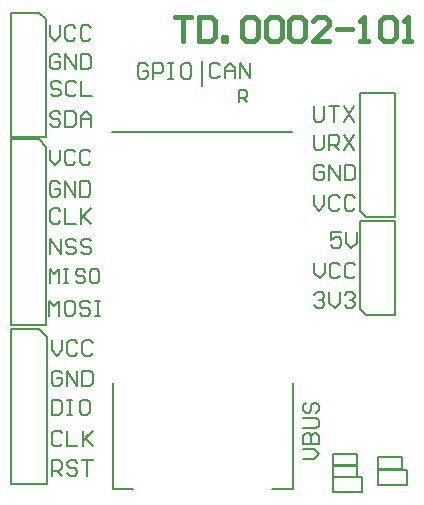
<source format=gto>
G04*
G04 #@! TF.GenerationSoftware,Altium Limited,Altium Designer,23.2.1 (34)*
G04*
G04 Layer_Color=65535*
%FSTAX44Y44*%
%MOMM*%
G71*
G04*
G04 #@! TF.SameCoordinates,9BF6DC58-3579-49A4-A00A-48C36C1373D3*
G04*
G04*
G04 #@! TF.FilePolarity,Positive*
G04*
G01*
G75*
%ADD10C,0.1270*%
%ADD11C,0.2000*%
%ADD12C,0.4000*%
D10*
X003161Y0017919D02*
Y00269138D01*
Y0017919D02*
X00333372D01*
X00451228D02*
X004685D01*
Y00269138D01*
X0031559Y004821D02*
X0046799D01*
X0022975Y004775D02*
Y0058275D01*
Y004775D02*
X002595D01*
Y00577D01*
X0025375Y0058275D02*
X002595Y00577D01*
X0022975Y0058275D02*
X0025375D01*
X0023Y00315D02*
X002535D01*
X0026025Y0030825D01*
Y001835D02*
Y0030825D01*
X0022975Y001835D02*
X0026025D01*
X0022975D02*
Y0031475D01*
X0023Y00315D01*
X0055475Y003265D02*
Y0040675D01*
X005255Y0033175D02*
Y0040675D01*
Y0033175D02*
X0053075Y003265D01*
X0055475D01*
X005255Y0040675D02*
X0055475D01*
Y004095D02*
Y0051475D01*
X00525D02*
X0055475D01*
X00525Y0041525D02*
Y0051475D01*
Y0041525D02*
X0053075Y004095D01*
X0055475D01*
X005025Y002095D02*
X005225D01*
X005025Y001995D02*
Y002095D01*
Y001995D02*
X005225D01*
Y002095D01*
X0022975Y004755D02*
X0025325D01*
X002595Y0046925D01*
Y00318D02*
Y0046925D01*
X0022975Y00318D02*
X002595D01*
X0022975D02*
Y004755D01*
X005655Y00183D02*
Y001955D01*
X0054075Y00183D02*
X005655D01*
X0054075D02*
Y001955D01*
X005655D01*
X00540808Y00196792D02*
Y00206792D01*
X00560808D01*
Y00196792D02*
Y00206792D01*
X00540808Y00196792D02*
X00560808D01*
X005025Y0017675D02*
Y0018925D01*
X0052725D01*
Y0017675D02*
Y0018925D01*
X005025Y0017675D02*
X0052725D01*
X005025Y0019925D02*
X005225D01*
X005025Y0018925D02*
Y0019925D01*
Y0018925D02*
X005225D01*
Y0019925D01*
D11*
X00392Y00521D02*
Y00542D01*
X00423Y00507D02*
Y00516997D01*
X00427998D01*
X00429664Y00515331D01*
Y00511998D01*
X00427998Y00510332D01*
X00423D01*
X00426332D02*
X00429664Y00507D01*
X00406605Y00538074D02*
X00404439Y0054024D01*
X00400107D01*
X00397941Y00538074D01*
Y00529411D01*
X00400107Y00527244D01*
X00404439D01*
X00406605Y00529411D01*
X00410937Y00527244D02*
Y00535908D01*
X00415269Y0054024D01*
X00419601Y00535908D01*
Y00527244D01*
Y00533742D01*
X00410937D01*
X00423933Y00527244D02*
Y0054024D01*
X00432597Y00527244D01*
Y0054024D01*
X00345664Y0053783D02*
X00343498Y00539996D01*
X00339166D01*
X00337Y0053783D01*
Y00529166D01*
X00339166Y00527D01*
X00343498D01*
X00345664Y00529166D01*
Y00533498D01*
X00341332D01*
X00349996Y00527D02*
Y00539996D01*
X00356494D01*
X0035866Y0053783D01*
Y00533498D01*
X00356494Y00531332D01*
X00349996D01*
X00362992Y00539996D02*
X00367323D01*
X00365158D01*
Y00527D01*
X00362992D01*
X00367323D01*
X00380319Y00539996D02*
X00375987D01*
X00373821Y0053783D01*
Y00529166D01*
X00375987Y00527D01*
X00380319D01*
X00382485Y00529166D01*
Y0053783D01*
X00380319Y00539996D01*
X00486Y00503496D02*
Y00492666D01*
X00488166Y004905D01*
X00492498D01*
X00494664Y00492666D01*
Y00503496D01*
X00498996D02*
X0050766D01*
X00503328D01*
Y004905D01*
X00511992Y00503496D02*
X00520656Y004905D01*
Y00503496D02*
X00511992Y004905D01*
X00486Y00479496D02*
Y00468666D01*
X00488166Y004665D01*
X00492498D01*
X00494664Y00468666D01*
Y00479496D01*
X00498996Y004665D02*
Y00479496D01*
X00505494D01*
X0050766Y0047733D01*
Y00472998D01*
X00505494Y00470832D01*
X00498996D01*
X00503328D02*
X0050766Y004665D01*
X00511992Y00479496D02*
X00520656Y004665D01*
Y00479496D02*
X00511992Y004665D01*
X00477504Y00205D02*
X00486168D01*
X004905Y00209332D01*
X00486168Y00213664D01*
X00477504D01*
Y00217996D02*
X004905D01*
Y00224494D01*
X00488334Y0022666D01*
X00486168D01*
X00484002Y00224494D01*
Y00217996D01*
Y00224494D01*
X00481836Y0022666D01*
X0047967D01*
X00477504Y00224494D01*
Y00217996D01*
Y00230992D02*
X00488334D01*
X004905Y00233158D01*
Y00237489D01*
X00488334Y00239655D01*
X00477504D01*
X0047967Y00252651D02*
X00477504Y00250485D01*
Y00246153D01*
X0047967Y00243987D01*
X00481836D01*
X00484002Y00246153D01*
Y00250485D01*
X00486168Y00252651D01*
X00488334D01*
X004905Y00250485D01*
Y00246153D01*
X00488334Y00243987D01*
X00271664Y0049708D02*
X00269498Y00499246D01*
X00265166D01*
X00263Y0049708D01*
Y00494914D01*
X00265166Y00492748D01*
X00269498D01*
X00271664Y00490582D01*
Y00488416D01*
X00269498Y0048625D01*
X00265166D01*
X00263Y00488416D01*
X00275996Y00499246D02*
Y0048625D01*
X00282494D01*
X0028466Y00488416D01*
Y0049708D01*
X00282494Y00499246D01*
X00275996D01*
X00288992Y0048625D02*
Y00494914D01*
X00293324Y00499246D01*
X00297656Y00494914D01*
Y0048625D01*
Y00492748D01*
X00288992D01*
X00272164Y0052283D02*
X00269998Y00524996D01*
X00265666D01*
X002635Y0052283D01*
Y00520664D01*
X00265666Y00518498D01*
X00269998D01*
X00272164Y00516332D01*
Y00514166D01*
X00269998Y00512D01*
X00265666D01*
X002635Y00514166D01*
X0028516Y0052283D02*
X00282994Y00524996D01*
X00278662D01*
X00276496Y0052283D01*
Y00514166D01*
X00278662Y00512D01*
X00282994D01*
X0028516Y00514166D01*
X00289492Y00524996D02*
Y00512D01*
X00298155D01*
X00271664Y0054558D02*
X00269498Y00547746D01*
X00265166D01*
X00263Y0054558D01*
Y00536916D01*
X00265166Y0053475D01*
X00269498D01*
X00271664Y00536916D01*
Y00541248D01*
X00267332D01*
X00275996Y0053475D02*
Y00547746D01*
X0028466Y0053475D01*
Y00547746D01*
X00288992D02*
Y0053475D01*
X0029549D01*
X00297656Y00536916D01*
Y0054558D01*
X0029549Y00547746D01*
X00288992D01*
X00271164Y0043783D02*
X00268998Y00439996D01*
X00264666D01*
X002625Y0043783D01*
Y00429166D01*
X00264666Y00427D01*
X00268998D01*
X00271164Y00429166D01*
Y00433498D01*
X00266832D01*
X00275496Y00427D02*
Y00439996D01*
X0028416Y00427D01*
Y00439996D01*
X00288492D02*
Y00427D01*
X00294989D01*
X00297155Y00429166D01*
Y0043783D01*
X00294989Y00439996D01*
X00288492D01*
X0026275Y00571996D02*
Y00563332D01*
X00267082Y00559D01*
X00271414Y00563332D01*
Y00571996D01*
X0028441Y0056983D02*
X00282244Y00571996D01*
X00277912D01*
X00275746Y0056983D01*
Y00561166D01*
X00277912Y00559D01*
X00282244D01*
X0028441Y00561166D01*
X00297405Y0056983D02*
X0029524Y00571996D01*
X00290908D01*
X00288742Y0056983D01*
Y00561166D01*
X00290908Y00559D01*
X0029524D01*
X00297405Y00561166D01*
X00273164Y0022658D02*
X00270998Y00228746D01*
X00266666D01*
X002645Y0022658D01*
Y00217916D01*
X00266666Y0021575D01*
X00270998D01*
X00273164Y00217916D01*
X00277496Y00228746D02*
Y0021575D01*
X0028616D01*
X00290492Y00228746D02*
Y0021575D01*
Y00220082D01*
X00299156Y00228746D01*
X00292658Y00222248D01*
X00299156Y0021575D01*
X0026425Y00255246D02*
Y0024225D01*
X00270748D01*
X00272914Y00244416D01*
Y0025308D01*
X00270748Y00255246D01*
X0026425D01*
X00277246D02*
X00281578D01*
X00279412D01*
Y0024225D01*
X00277246D01*
X00281578D01*
X00294573Y00255246D02*
X00290242D01*
X00288076Y0025308D01*
Y00244416D01*
X00290242Y0024225D01*
X00294573D01*
X0029674Y00244416D01*
Y0025308D01*
X00294573Y00255246D01*
X004865Y0034383D02*
X00488666Y00345996D01*
X00492998D01*
X00495164Y0034383D01*
Y00341664D01*
X00492998Y00339498D01*
X00490832D01*
X00492998D01*
X00495164Y00337332D01*
Y00335166D01*
X00492998Y00333D01*
X00488666D01*
X004865Y00335166D01*
X00499496Y00345996D02*
Y00337332D01*
X00503828Y00333D01*
X0050816Y00337332D01*
Y00345996D01*
X00512492Y0034383D02*
X00514658Y00345996D01*
X00518989D01*
X00521156Y0034383D01*
Y00341664D01*
X00518989Y00339498D01*
X00516824D01*
X00518989D01*
X00521156Y00337332D01*
Y00335166D01*
X00518989Y00333D01*
X00514658D01*
X00512492Y00335166D01*
X0048675Y00370996D02*
Y00362332D01*
X00491082Y00358D01*
X00495414Y00362332D01*
Y00370996D01*
X0050841Y0036883D02*
X00506244Y00370996D01*
X00501912D01*
X00499746Y0036883D01*
Y00360166D01*
X00501912Y00358D01*
X00506244D01*
X0050841Y00360166D01*
X00521405Y0036883D02*
X0051924Y00370996D01*
X00514908D01*
X00512742Y0036883D01*
Y00360166D01*
X00514908Y00358D01*
X0051924D01*
X00521405Y00360166D01*
X00509414Y00396746D02*
X0050075D01*
Y00390248D01*
X00505082Y00392414D01*
X00507248D01*
X00509414Y00390248D01*
Y00385916D01*
X00507248Y0038375D01*
X00502916D01*
X0050075Y00385916D01*
X00513746Y00396746D02*
Y00388082D01*
X00518078Y0038375D01*
X0052241Y00388082D01*
Y00396746D01*
X004865Y00428246D02*
Y00419582D01*
X00490832Y0041525D01*
X00495164Y00419582D01*
Y00428246D01*
X0050816Y0042608D02*
X00505994Y00428246D01*
X00501662D01*
X00499496Y0042608D01*
Y00417416D01*
X00501662Y0041525D01*
X00505994D01*
X0050816Y00417416D01*
X00521156Y0042608D02*
X00518989Y00428246D01*
X00514658D01*
X00512492Y0042608D01*
Y00417416D01*
X00514658Y0041525D01*
X00518989D01*
X00521156Y00417416D01*
X00495164Y0045183D02*
X00492998Y00453996D01*
X00488666D01*
X004865Y0045183D01*
Y00443166D01*
X00488666Y00441D01*
X00492998D01*
X00495164Y00443166D01*
Y00447498D01*
X00490832D01*
X00499496Y00441D02*
Y00453996D01*
X0050816Y00441D01*
Y00453996D01*
X00512492D02*
Y00441D01*
X00518989D01*
X00521156Y00443166D01*
Y0045183D01*
X00518989Y00453996D01*
X00512492D01*
X0026425Y0019075D02*
Y00203746D01*
X00270748D01*
X00272914Y0020158D01*
Y00197248D01*
X00270748Y00195082D01*
X0026425D01*
X00268582D02*
X00272914Y0019075D01*
X0028591Y0020158D02*
X00283744Y00203746D01*
X00279412D01*
X00277246Y0020158D01*
Y00199414D01*
X00279412Y00197248D01*
X00283744D01*
X0028591Y00195082D01*
Y00192916D01*
X00283744Y0019075D01*
X00279412D01*
X00277246Y00192916D01*
X00290242Y00203746D02*
X00298906D01*
X00294574D01*
Y0019075D01*
X00272914Y0027758D02*
X00270748Y00279746D01*
X00266416D01*
X0026425Y0027758D01*
Y00268916D01*
X00266416Y0026675D01*
X00270748D01*
X00272914Y00268916D01*
Y00273248D01*
X00268582D01*
X00277246Y0026675D02*
Y00279746D01*
X0028591Y0026675D01*
Y00279746D01*
X00290242D02*
Y0026675D01*
X0029674D01*
X00298906Y00268916D01*
Y0027758D01*
X0029674Y00279746D01*
X00290242D01*
X0026425Y00305496D02*
Y00296832D01*
X00268582Y002925D01*
X00272914Y00296832D01*
Y00305496D01*
X0028591Y0030333D02*
X00283744Y00305496D01*
X00279412D01*
X00277246Y0030333D01*
Y00294666D01*
X00279412Y002925D01*
X00283744D01*
X0028591Y00294666D01*
X00298906Y0030333D02*
X0029674Y00305496D01*
X00292408D01*
X00290242Y0030333D01*
Y00294666D01*
X00292408Y002925D01*
X0029674D01*
X00298906Y00294666D01*
X0026225Y00326D02*
Y00338996D01*
X00266582Y00334664D01*
X00270914Y00338996D01*
Y00326D01*
X00281744Y00338996D02*
X00277412D01*
X00275246Y0033683D01*
Y00328166D01*
X00277412Y00326D01*
X00281744D01*
X0028391Y00328166D01*
Y0033683D01*
X00281744Y00338996D01*
X00296905Y0033683D02*
X00294739Y00338996D01*
X00290408D01*
X00288242Y0033683D01*
Y00334664D01*
X00290408Y00332498D01*
X00294739D01*
X00296905Y00330332D01*
Y00328166D01*
X00294739Y00326D01*
X00290408D01*
X00288242Y00328166D01*
X00301237Y00338996D02*
X00305569D01*
X00303403D01*
Y00326D01*
X00301237D01*
X00305569D01*
X002625Y003535D02*
Y00365496D01*
X00266499Y00361497D01*
X00270497Y00365496D01*
Y003535D01*
X00274496Y00365496D02*
X00278495D01*
X00276495D01*
Y003535D01*
X00274496D01*
X00278495D01*
X0029249Y00363497D02*
X00290491Y00365496D01*
X00286492D01*
X00284493Y00363497D01*
Y00361497D01*
X00286492Y00359498D01*
X00290491D01*
X0029249Y00357499D01*
Y00355499D01*
X00290491Y003535D01*
X00286492D01*
X00284493Y00355499D01*
X00302487Y00365496D02*
X00298488D01*
X00296489Y00363497D01*
Y00355499D01*
X00298488Y003535D01*
X00302487D01*
X00304486Y00355499D01*
Y00363497D01*
X00302487Y00365496D01*
X0026325Y0037825D02*
Y00391246D01*
X00271914Y0037825D01*
Y00391246D01*
X0028491Y0038908D02*
X00282744Y00391246D01*
X00278412D01*
X00276246Y0038908D01*
Y00386914D01*
X00278412Y00384748D01*
X00282744D01*
X0028491Y00382582D01*
Y00380416D01*
X00282744Y0037825D01*
X00278412D01*
X00276246Y00380416D01*
X00297906Y0038908D02*
X00295739Y00391246D01*
X00291408D01*
X00289242Y0038908D01*
Y00386914D01*
X00291408Y00384748D01*
X00295739D01*
X00297906Y00382582D01*
Y00380416D01*
X00295739Y0037825D01*
X00291408D01*
X00289242Y00380416D01*
X00271664Y0041483D02*
X00269498Y00416996D01*
X00265166D01*
X00263Y0041483D01*
Y00406166D01*
X00265166Y00404D01*
X00269498D01*
X00271664Y00406166D01*
X00275996Y00416996D02*
Y00404D01*
X0028466D01*
X00288992Y00416996D02*
Y00404D01*
Y00408332D01*
X00297656Y00416996D01*
X00291158Y00410498D01*
X00297656Y00404D01*
X002625Y00466746D02*
Y00458082D01*
X00266832Y0045375D01*
X00271164Y00458082D01*
Y00466746D01*
X0028416Y0046458D02*
X00281994Y00466746D01*
X00277662D01*
X00275496Y0046458D01*
Y00455916D01*
X00277662Y0045375D01*
X00281994D01*
X0028416Y00455916D01*
X00297155Y0046458D02*
X00294989Y00466746D01*
X00290658D01*
X00288492Y0046458D01*
Y00455916D01*
X00290658Y0045375D01*
X00294989D01*
X00297155Y00455916D01*
D12*
X00369Y00578994D02*
X00382329D01*
X00375664D01*
Y00559D01*
X00388994Y00578994D02*
Y00559D01*
X0039899D01*
X00402323Y00562332D01*
Y00575661D01*
X0039899Y00578994D01*
X00388994D01*
X00408987Y00559D02*
Y00562332D01*
X00412319D01*
Y00559D01*
X00408987D01*
X00425648Y00575661D02*
X00428981Y00578994D01*
X00435645D01*
X00438977Y00575661D01*
Y00562332D01*
X00435645Y00559D01*
X00428981D01*
X00425648Y00562332D01*
Y00575661D01*
X00445642D02*
X00448974Y00578994D01*
X00455639D01*
X00458971Y00575661D01*
Y00562332D01*
X00455639Y00559D01*
X00448974D01*
X00445642Y00562332D01*
Y00575661D01*
X00465635D02*
X00468968Y00578994D01*
X00475632D01*
X00478965Y00575661D01*
Y00562332D01*
X00475632Y00559D01*
X00468968D01*
X00465635Y00562332D01*
Y00575661D01*
X00498958Y00559D02*
X00485629D01*
X00498958Y00572329D01*
Y00575661D01*
X00495626Y00578994D01*
X00488961D01*
X00485629Y00575661D01*
X00505623Y00568997D02*
X00518952D01*
X00525616Y00559D02*
X00532281D01*
X00528948D01*
Y00578994D01*
X00525616Y00575661D01*
X00542277D02*
X0054561Y00578994D01*
X00552274D01*
X00555606Y00575661D01*
Y00562332D01*
X00552274Y00559D01*
X0054561D01*
X00542277Y00562332D01*
Y00575661D01*
X00562271Y00559D02*
X00568936D01*
X00565603D01*
Y00578994D01*
X00562271Y00575661D01*
M02*

</source>
